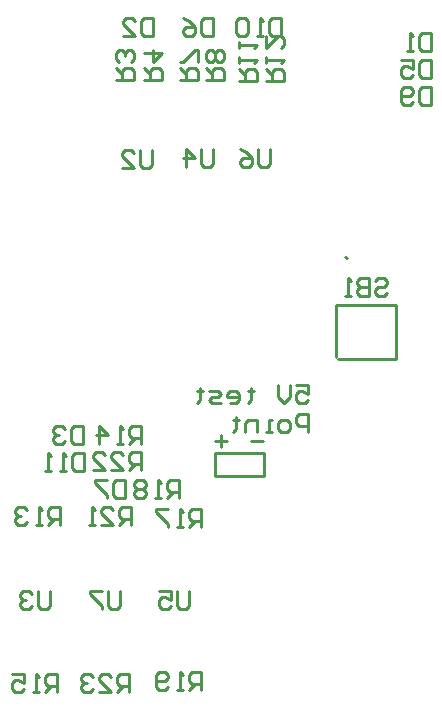
<source format=gbo>
G04*
G04 #@! TF.GenerationSoftware,Altium Limited,Altium Designer,19.0.10 (269)*
G04*
G04 Layer_Color=32896*
%FSLAX25Y25*%
%MOIN*%
G70*
G01*
G75*
%ADD15C,0.01000*%
D15*
X236500Y340500D02*
X253000D01*
Y348000D01*
X236500D02*
X253000D01*
X236500Y340500D02*
Y348000D01*
X277000Y380000D02*
Y397500D01*
X280000Y413500D02*
X280500Y413000D01*
X277500Y379500D02*
X297000D01*
Y397500D01*
X277000D02*
X297000D01*
X263501Y370596D02*
X267500D01*
Y367597D01*
X265501Y368596D01*
X264501D01*
X263501Y367597D01*
Y365597D01*
X264501Y364598D01*
X266500D01*
X267500Y365597D01*
X261502Y370596D02*
Y366597D01*
X259503Y364598D01*
X257503Y366597D01*
Y370596D01*
X248506Y369596D02*
Y368596D01*
X249506D01*
X247506D01*
X248506D01*
Y365597D01*
X247506Y364598D01*
X241508D02*
X243508D01*
X244507Y365597D01*
Y367597D01*
X243508Y368596D01*
X241508D01*
X240509Y367597D01*
Y366597D01*
X244507D01*
X238509Y364598D02*
X235510D01*
X234511Y365597D01*
X235510Y366597D01*
X237510D01*
X238509Y367597D01*
X237510Y368596D01*
X234511D01*
X231512Y369596D02*
Y368596D01*
X232511D01*
X230512D01*
X231512D01*
Y365597D01*
X230512Y364598D01*
X267500Y355000D02*
Y360998D01*
X264501D01*
X263501Y359998D01*
Y357999D01*
X264501Y356999D01*
X267500D01*
X260502Y355000D02*
X258503D01*
X257503Y356000D01*
Y357999D01*
X258503Y358999D01*
X260502D01*
X261502Y357999D01*
Y356000D01*
X260502Y355000D01*
X255504D02*
X253504D01*
X254504D01*
Y358999D01*
X255504D01*
X250505Y355000D02*
Y358999D01*
X247506D01*
X246507Y357999D01*
Y355000D01*
X243508Y359998D02*
Y358999D01*
X244507D01*
X242508D01*
X243508D01*
Y356000D01*
X242508Y355000D01*
X236500Y351999D02*
X240499D01*
X238499Y353998D02*
Y350000D01*
X248496Y351999D02*
X252495D01*
X205000Y301998D02*
Y297000D01*
X204000Y296000D01*
X202001D01*
X201001Y297000D01*
Y301998D01*
X199002D02*
X195003D01*
Y300998D01*
X199002Y297000D01*
Y296000D01*
X255000Y449498D02*
Y444500D01*
X254000Y443500D01*
X252001D01*
X251001Y444500D01*
Y449498D01*
X245003D02*
X247003Y448498D01*
X249002Y446499D01*
Y444500D01*
X248002Y443500D01*
X246003D01*
X245003Y444500D01*
Y445499D01*
X246003Y446499D01*
X249002D01*
X228000Y301998D02*
Y297000D01*
X227000Y296000D01*
X225001D01*
X224001Y297000D01*
Y301998D01*
X218003D02*
X222002D01*
Y298999D01*
X220003Y299999D01*
X219003D01*
X218003Y298999D01*
Y297000D01*
X219003Y296000D01*
X221002D01*
X222002Y297000D01*
X236000Y449498D02*
Y444500D01*
X235000Y443500D01*
X233001D01*
X232001Y444500D01*
Y449498D01*
X227003Y443500D02*
Y449498D01*
X230002Y446499D01*
X226003D01*
X181500Y301998D02*
Y297000D01*
X180500Y296000D01*
X178501D01*
X177501Y297000D01*
Y301998D01*
X175502Y300998D02*
X174502Y301998D01*
X172503D01*
X171503Y300998D01*
Y299999D01*
X172503Y298999D01*
X173503D01*
X172503D01*
X171503Y297999D01*
Y297000D01*
X172503Y296000D01*
X174502D01*
X175502Y297000D01*
X215500Y448998D02*
Y444000D01*
X214500Y443000D01*
X212501D01*
X211501Y444000D01*
Y448998D01*
X205503Y443000D02*
X209502D01*
X205503Y446999D01*
Y447998D01*
X206503Y448998D01*
X208502D01*
X209502Y447998D01*
X290001Y405498D02*
X291001Y406498D01*
X293000D01*
X294000Y405498D01*
Y404499D01*
X293000Y403499D01*
X291001D01*
X290001Y402499D01*
Y401500D01*
X291001Y400500D01*
X293000D01*
X294000Y401500D01*
X288002Y406498D02*
Y400500D01*
X285003D01*
X284003Y401500D01*
Y402499D01*
X285003Y403499D01*
X288002D01*
X285003D01*
X284003Y404499D01*
Y405498D01*
X285003Y406498D01*
X288002D01*
X282004Y400500D02*
X280005D01*
X281004D01*
Y406498D01*
X282004Y405498D01*
X192500Y356998D02*
Y351000D01*
X189501D01*
X188501Y352000D01*
Y355998D01*
X189501Y356998D01*
X192500D01*
X186502Y355998D02*
X185502Y356998D01*
X183503D01*
X182503Y355998D01*
Y354999D01*
X183503Y353999D01*
X184503D01*
X183503D01*
X182503Y352999D01*
Y352000D01*
X183503Y351000D01*
X185502D01*
X186502Y352000D01*
X208000Y268496D02*
Y274494D01*
X205001D01*
X204001Y273494D01*
Y271495D01*
X205001Y270495D01*
X208000D01*
X206001D02*
X204001Y268496D01*
X198003D02*
X202002D01*
X198003Y272495D01*
Y273494D01*
X199003Y274494D01*
X201002D01*
X202002Y273494D01*
X196004D02*
X195004Y274494D01*
X193005D01*
X192005Y273494D01*
Y272495D01*
X193005Y271495D01*
X194004D01*
X193005D01*
X192005Y270495D01*
Y269496D01*
X193005Y268496D01*
X195004D01*
X196004Y269496D01*
X232000Y269000D02*
Y274998D01*
X229001D01*
X228001Y273998D01*
Y271999D01*
X229001Y270999D01*
X232000D01*
X230001D02*
X228001Y269000D01*
X226002D02*
X224003D01*
X225002D01*
Y274998D01*
X226002Y273998D01*
X221004Y270000D02*
X220004Y269000D01*
X218004D01*
X217005Y270000D01*
Y273998D01*
X218004Y274998D01*
X220004D01*
X221004Y273998D01*
Y272999D01*
X220004Y271999D01*
X217005D01*
X212000Y342500D02*
Y348498D01*
X209001D01*
X208001Y347498D01*
Y345499D01*
X209001Y344499D01*
X212000D01*
X210001D02*
X208001Y342500D01*
X202003D02*
X206002D01*
X202003Y346499D01*
Y347498D01*
X203003Y348498D01*
X205002D01*
X206002Y347498D01*
X196005Y342500D02*
X200004D01*
X196005Y346499D01*
Y347498D01*
X197005Y348498D01*
X199004D01*
X200004Y347498D01*
X208500Y324000D02*
Y329998D01*
X205501D01*
X204501Y328998D01*
Y326999D01*
X205501Y325999D01*
X208500D01*
X206501D02*
X204501Y324000D01*
X198503D02*
X202502D01*
X198503Y327999D01*
Y328998D01*
X199503Y329998D01*
X201502D01*
X202502Y328998D01*
X196504Y324000D02*
X194504D01*
X195504D01*
Y329998D01*
X196504Y328998D01*
X224500Y333000D02*
Y338998D01*
X221501D01*
X220501Y337998D01*
Y335999D01*
X221501Y334999D01*
X224500D01*
X222501D02*
X220501Y333000D01*
X218502D02*
X216503D01*
X217502D01*
Y338998D01*
X218502Y337998D01*
X213504D02*
X212504Y338998D01*
X210505D01*
X209505Y337998D01*
Y336999D01*
X210505Y335999D01*
X209505Y334999D01*
Y334000D01*
X210505Y333000D01*
X212504D01*
X213504Y334000D01*
Y334999D01*
X212504Y335999D01*
X213504Y336999D01*
Y337998D01*
X212504Y335999D02*
X210505D01*
X232000Y323500D02*
Y329498D01*
X229001D01*
X228001Y328498D01*
Y326499D01*
X229001Y325499D01*
X232000D01*
X230001D02*
X228001Y323500D01*
X226002D02*
X224003D01*
X225002D01*
Y329498D01*
X226002Y328498D01*
X221004Y329498D02*
X217005D01*
Y328498D01*
X221004Y324500D01*
Y323500D01*
X184000Y268500D02*
Y274498D01*
X181001D01*
X180001Y273498D01*
Y271499D01*
X181001Y270499D01*
X184000D01*
X182001D02*
X180001Y268500D01*
X178002D02*
X176003D01*
X177002D01*
Y274498D01*
X178002Y273498D01*
X169005Y274498D02*
X173004D01*
Y271499D01*
X171004Y272499D01*
X170004D01*
X169005Y271499D01*
Y269500D01*
X170004Y268500D01*
X172004D01*
X173004Y269500D01*
X212000Y351000D02*
Y356998D01*
X209001D01*
X208001Y355998D01*
Y353999D01*
X209001Y352999D01*
X212000D01*
X210001D02*
X208001Y351000D01*
X206002D02*
X204003D01*
X205002D01*
Y356998D01*
X206002Y355998D01*
X198004Y351000D02*
Y356998D01*
X201004Y353999D01*
X197005D01*
X185000Y324000D02*
Y329998D01*
X182001D01*
X181001Y328998D01*
Y326999D01*
X182001Y325999D01*
X185000D01*
X183001D02*
X181001Y324000D01*
X179002D02*
X177003D01*
X178002D01*
Y329998D01*
X179002Y328998D01*
X174004D02*
X173004Y329998D01*
X171004D01*
X170005Y328998D01*
Y327999D01*
X171004Y326999D01*
X172004D01*
X171004D01*
X170005Y325999D01*
Y325000D01*
X171004Y324000D01*
X173004D01*
X174004Y325000D01*
X253500Y472000D02*
X259498D01*
Y474999D01*
X258498Y475999D01*
X256499D01*
X255499Y474999D01*
Y472000D01*
Y473999D02*
X253500Y475999D01*
Y477998D02*
Y479997D01*
Y478998D01*
X259498D01*
X258498Y477998D01*
X253500Y486995D02*
Y482996D01*
X257499Y486995D01*
X258498D01*
X259498Y485995D01*
Y483996D01*
X258498Y482996D01*
X244500Y472055D02*
X250498D01*
Y475054D01*
X249498Y476054D01*
X247499D01*
X246499Y475054D01*
Y472055D01*
Y474054D02*
X244500Y476054D01*
Y478053D02*
Y480053D01*
Y479053D01*
X250498D01*
X249498Y478053D01*
X244500Y483052D02*
Y485051D01*
Y484051D01*
X250498D01*
X249498Y483052D01*
X233500Y472500D02*
X239498D01*
Y475499D01*
X238498Y476499D01*
X236499D01*
X235499Y475499D01*
Y472500D01*
Y474499D02*
X233500Y476499D01*
X238498Y478498D02*
X239498Y479498D01*
Y481497D01*
X238498Y482497D01*
X237499D01*
X236499Y481497D01*
X235499Y482497D01*
X234500D01*
X233500Y481497D01*
Y479498D01*
X234500Y478498D01*
X235499D01*
X236499Y479498D01*
X237499Y478498D01*
X238498D01*
X236499Y479498D02*
Y481497D01*
X225000Y472500D02*
X230998D01*
Y475499D01*
X229998Y476499D01*
X227999D01*
X226999Y475499D01*
Y472500D01*
Y474499D02*
X225000Y476499D01*
X230998Y478498D02*
Y482497D01*
X229998D01*
X226000Y478498D01*
X225000D01*
X213000Y472500D02*
X218998D01*
Y475499D01*
X217998Y476499D01*
X215999D01*
X214999Y475499D01*
Y472500D01*
Y474499D02*
X213000Y476499D01*
Y481497D02*
X218998D01*
X215999Y478498D01*
Y482497D01*
X203500Y472500D02*
X209498D01*
Y475499D01*
X208498Y476499D01*
X206499D01*
X205499Y475499D01*
Y472500D01*
Y474499D02*
X203500Y476499D01*
X208498Y478498D02*
X209498Y479498D01*
Y481497D01*
X208498Y482497D01*
X207499D01*
X206499Y481497D01*
Y480497D01*
Y481497D01*
X205499Y482497D01*
X204500D01*
X203500Y481497D01*
Y479498D01*
X204500Y478498D01*
X193000Y347998D02*
Y342000D01*
X190001D01*
X189001Y343000D01*
Y346998D01*
X190001Y347998D01*
X193000D01*
X187002Y342000D02*
X185003D01*
X186002D01*
Y347998D01*
X187002Y346998D01*
X182004Y342000D02*
X180004D01*
X181004D01*
Y347998D01*
X182004Y346998D01*
X258500Y492998D02*
Y487000D01*
X255501D01*
X254501Y488000D01*
Y491998D01*
X255501Y492998D01*
X258500D01*
X252502Y487000D02*
X250503D01*
X251502D01*
Y492998D01*
X252502Y491998D01*
X247504D02*
X246504Y492998D01*
X244504D01*
X243505Y491998D01*
Y488000D01*
X244504Y487000D01*
X246504D01*
X247504Y488000D01*
Y491998D01*
X308500Y469998D02*
Y464000D01*
X305501D01*
X304501Y465000D01*
Y468998D01*
X305501Y469998D01*
X308500D01*
X302502Y465000D02*
X301502Y464000D01*
X299503D01*
X298503Y465000D01*
Y468998D01*
X299503Y469998D01*
X301502D01*
X302502Y468998D01*
Y467999D01*
X301502Y466999D01*
X298503D01*
X206500Y338998D02*
Y333000D01*
X203501D01*
X202501Y334000D01*
Y337998D01*
X203501Y338998D01*
X206500D01*
X200502D02*
X196503D01*
Y337998D01*
X200502Y334000D01*
Y333000D01*
X236000Y492998D02*
Y487000D01*
X233001D01*
X232001Y488000D01*
Y491998D01*
X233001Y492998D01*
X236000D01*
X226003D02*
X228003Y491998D01*
X230002Y489999D01*
Y488000D01*
X229002Y487000D01*
X227003D01*
X226003Y488000D01*
Y488999D01*
X227003Y489999D01*
X230002D01*
X308500Y478998D02*
Y473000D01*
X305501D01*
X304501Y474000D01*
Y477998D01*
X305501Y478998D01*
X308500D01*
X298503D02*
X302502D01*
Y475999D01*
X300503Y476999D01*
X299503D01*
X298503Y475999D01*
Y474000D01*
X299503Y473000D01*
X301502D01*
X302502Y474000D01*
X216000Y492998D02*
Y487000D01*
X213001D01*
X212001Y488000D01*
Y491998D01*
X213001Y492998D01*
X216000D01*
X206003Y487000D02*
X210002D01*
X206003Y490999D01*
Y491998D01*
X207003Y492998D01*
X209002D01*
X210002Y491998D01*
X308500Y487998D02*
Y482000D01*
X305501D01*
X304501Y483000D01*
Y486998D01*
X305501Y487998D01*
X308500D01*
X302502Y482000D02*
X300503D01*
X301502D01*
Y487998D01*
X302502Y486998D01*
M02*

</source>
